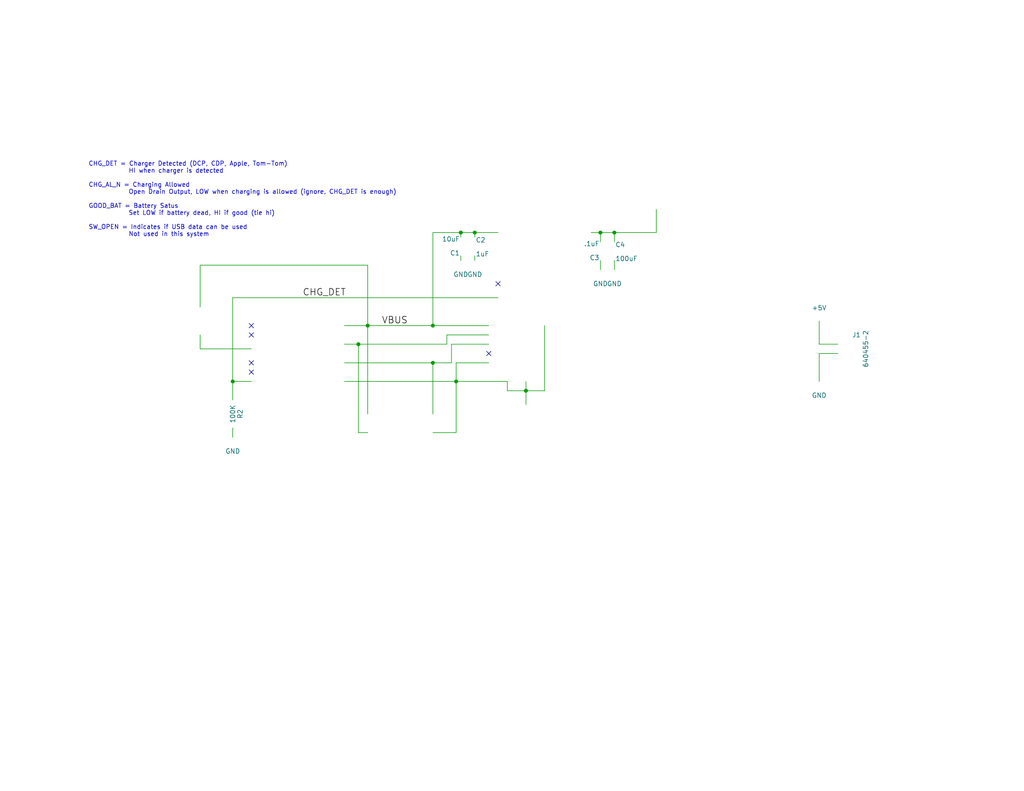
<source format=kicad_sch>
(kicad_sch (version 20230121) (generator eeschema)
  (paper "A")
  (title_block (title "Micro-USB Board") (date "2018-04-13") (rev "B") (company "Veenema Design Works") (comment 1 "ben@veenemadesignworks.com"))
  (lib_symbols)
  (junction (at 97.79 93.98))
  (junction (at 124.46 104.14))
  (junction (at 100.33 88.9))
  (junction (at 167.64 63.5))
  (junction (at 118.11 99.06))
  (junction (at 129.54 63.5))
  (junction (at 143.51 106.68))
  (junction (at 118.11 88.9))
  (junction (at 125.73 63.5))
  (junction (at 163.83 63.5))
  (junction (at 63.5 104.14))
  (no_connect (at 135.89 77.47))
  (no_connect (at 68.58 91.44))
  (no_connect (at 133.35 96.52))
  (no_connect (at 68.58 101.6))
  (no_connect (at 68.58 99.06))
  (no_connect (at 68.58 88.9))
  (wire (pts (xy 100.33 118.11) (xy 97.79 118.11)))
  (wire (pts (xy 124.46 118.11) (xy 118.11 118.11)))
  (wire (pts (xy 125.73 63.5) (xy 129.54 63.5)))
  (wire (pts (xy 223.52 93.98) (xy 223.52 87.63)))
  (wire (pts (xy 133.35 91.44) (xy 121.92 91.44)))
  (wire (pts (xy 63.5 104.14) (xy 63.5 109.22)))
  (wire (pts (xy 93.98 93.98) (xy 97.79 93.98)))
  (wire (pts (xy 138.43 106.68) (xy 143.51 106.68)))
  (wire (pts (xy 100.33 88.9) (xy 100.33 113.03)))
  (wire (pts (xy 228.6 96.52) (xy 223.52 96.52)))
  (wire (pts (xy 121.92 93.98) (xy 121.92 91.44)))
  (wire (pts (xy 143.51 106.68) (xy 148.59 106.68)))
  (wire (pts (xy 129.54 71.12) (xy 129.54 69.85)))
  (wire (pts (xy 143.51 104.14) (xy 143.51 106.68)))
  (wire (pts (xy 163.83 71.12) (xy 163.83 73.66)))
  (wire (pts (xy 54.61 95.25) (xy 54.61 91.44)))
  (wire (pts (xy 123.19 99.06) (xy 123.19 93.98)))
  (wire (pts (xy 125.73 64.77) (xy 125.73 63.5)))
  (wire (pts (xy 118.11 88.9) (xy 133.35 88.9)))
  (wire (pts (xy 63.5 81.28) (xy 63.5 104.14)))
  (wire (pts (xy 138.43 104.14) (xy 138.43 106.68)))
  (wire (pts (xy 118.11 63.5) (xy 118.11 88.9)))
  (wire (pts (xy 143.51 106.68) (xy 143.51 110.49)))
  (wire (pts (xy 100.33 72.39) (xy 54.61 72.39)))
  (wire (pts (xy 63.5 119.38) (xy 63.5 116.84)))
  (wire (pts (xy 118.11 63.5) (xy 125.73 63.5)))
  (wire (pts (xy 125.73 71.12) (xy 125.73 69.85)))
  (wire (pts (xy 167.64 66.04) (xy 167.64 63.5)))
  (wire (pts (xy 118.11 99.06) (xy 123.19 99.06)))
  (wire (pts (xy 54.61 72.39) (xy 54.61 83.82)))
  (wire (pts (xy 124.46 104.14) (xy 124.46 118.11)))
  (wire (pts (xy 100.33 72.39) (xy 100.33 88.9)))
  (wire (pts (xy 133.35 93.98) (xy 123.19 93.98)))
  (wire (pts (xy 100.33 88.9) (xy 118.11 88.9)))
  (wire (pts (xy 167.64 63.5) (xy 179.07 63.5)))
  (wire (pts (xy 63.5 81.28) (xy 135.89 81.28)))
  (wire (pts (xy 163.83 66.04) (xy 163.83 63.5)))
  (wire (pts (xy 167.64 71.12) (xy 167.64 73.66)))
  (wire (pts (xy 93.98 104.14) (xy 124.46 104.14)))
  (wire (pts (xy 228.6 93.98) (xy 223.52 93.98)))
  (wire (pts (xy 118.11 113.03) (xy 118.11 99.06)))
  (wire (pts (xy 148.59 106.68) (xy 148.59 88.9)))
  (wire (pts (xy 124.46 99.06) (xy 124.46 104.14)))
  (wire (pts (xy 97.79 118.11) (xy 97.79 93.98)))
  (wire (pts (xy 133.35 99.06) (xy 124.46 99.06)))
  (wire (pts (xy 163.83 63.5) (xy 167.64 63.5)))
  (wire (pts (xy 179.07 63.5) (xy 179.07 57.15)))
  (wire (pts (xy 124.46 104.14) (xy 138.43 104.14)))
  (wire (pts (xy 161.29 63.5) (xy 163.83 63.5)))
  (wire (pts (xy 129.54 63.5) (xy 135.89 63.5)))
  (wire (pts (xy 223.52 96.52) (xy 223.52 104.14)))
  (wire (pts (xy 97.79 93.98) (xy 121.92 93.98)))
  (wire (pts (xy 68.58 95.25) (xy 54.61 95.25)))
  (wire (pts (xy 93.98 99.06) (xy 118.11 99.06)))
  (wire (pts (xy 63.5 104.14) (xy 68.58 104.14)))
  (wire (pts (xy 93.98 88.9) (xy 100.33 88.9)))
  (wire (pts (xy 129.54 63.5) (xy 129.54 64.77)))
  (text "CHG_DET = Charger Detected (DCP, CDP, Apple, Tom-Tom) \n            HI when charger is detected\n\nCHG_AL_N = Charging Allowed\n            Open Drain Output, LOW when charging is allowed (ignore, CHG_DET is enough)\n\nGOOD_BAT = Battery Satus\n            Set LOW if battery dead, HI if good (tie hi)\n\nSW_OPEN = Indicates if USB data can be used\n            Not used in this system" (at 24.13 64.77 0) (effects (font (size 1.1938 1.1938)) (justify left bottom)))
  (label "VBUS" (at 104.14 88.9 0) (effects (font (size 1.8034 1.8034))))
  (label "CHG_DET" (at 82.55 81.28 0) (effects (font (size 1.8034 1.8034))))
  (symbol (lib_id "BQ24392") (at 81.28 96.52 0) (unit 1)
    (property "Reference" "U1" (at 81.28 85.09 0) (effects (font (size 1.8034 1.8034))))
    (property "Value" "BQ24392" (at 81.28 109.22 0) (effects (font (size 1.8034 1.8034))))
    (property "Footprint" "Texas:Texas_R_PUQFN-N10" (effects hide))
    (property "MPN" "BQ24392RSER" (effects hide))
  )
  (symbol (lib_id "USB_OTG-RESCUE-Juicebox") (at 140.97 93.98 270) (unit 1)
    (property "Reference" "P1" (at 137.795 102.235 0))
    (property "Value" "USB_OTG" (at 146.05 93.98 0))
    (property "Footprint" "Connectors:USB_Micro-B_10103594-0001LF" (effects hide))
    (property "Datasheet" "http://portal.fciconnect.com/Comergent//fci/drawing/10103594.pdf" (effects hide))
    (property "MPN" "10103594-0001LF" (effects hide))
  )
  (symbol (lib_id "TPD2E001") (at 109.22 115.57 0) (unit 1)
    (property "Reference" "U2" (at 109.22 109.22 0) (effects (font (size 1.8034 1.8034))))
    (property "Value" "TPD2E001" (at 109.22 121.92 0) (effects (font (size 1.8034 1.8034))))
    (property "Footprint" "TO_SOT_Packages_SMD:SOT-23-5" (effects hide))
    (property "MPN" "TPD2E001DRSR" (effects hide))
  )
  (symbol (lib_id "GND") (at 143.51 110.49 0) (unit 1)
    (property "Reference" "#PWR01" (effects hide))
    (property "Value" "GND" (at 143.51 114.3 0))
  )
  (symbol (lib_id "C_Small") (at 129.54 67.31 0) (unit 1)
    (property "Reference" "C2" (at 129.794 65.532 0) (effects (justify left)))
    (property "Value" "1uF" (at 129.794 69.342 0) (effects (justify left)))
    (property "Footprint" "Capacitors_SMD:C_0805" (effects hide))
    (property "MPN" "CL21B105KOFNNNG" (effects hide))
  )
  (symbol (lib_id "AP22811A") (at 148.59 72.39 0) (unit 1)
    (property "Reference" "U3" (at 152.4 58.42 0) (effects (font (size 1.8034 1.8034))))
    (property "Value" "AP22811A" (at 148.59 72.39 0) (effects (font (size 1.8034 1.8034))))
    (property "Footprint" "TO_SOT_Packages_SMD:SOT-23-5" (effects hide))
  )
  (symbol (lib_id "GND") (at 129.54 71.12 0) (unit 1)
    (property "Reference" "#PWR02" (effects hide))
    (property "Value" "GND" (at 129.54 74.93 0))
  )
  (symbol (lib_id "C_Small") (at 125.73 67.31 180) (unit 1)
    (property "Reference" "C1" (at 125.476 69.088 0) (effects (justify left)))
    (property "Value" "10uF" (at 125.476 65.278 0) (effects (justify left)))
    (property "Footprint" "Capacitors_SMD:C_0805" (effects hide))
    (property "MPN" "CL21A106KPFNNNG" (effects hide))
  )
  (symbol (lib_id "GND") (at 125.73 71.12 0) (unit 1)
    (property "Reference" "#PWR03" (effects hide))
    (property "Value" "GND" (at 125.73 74.93 0))
  )
  (symbol (lib_id "C_Small") (at 163.83 68.58 180) (unit 1)
    (property "Reference" "C3" (at 163.576 70.358 0) (effects (justify left)))
    (property "Value" ".1uF" (at 163.576 66.548 0) (effects (justify left)))
    (property "Footprint" "Capacitors_SMD:C_0603" (effects hide))
    (property "Layout Notes" "Place ACAP to VDD" (effects hide))
    (property "MPN" "CL10B104KO8NNNC" (effects hide))
  )
  (symbol (lib_id "GND") (at 163.83 73.66 0) (unit 1)
    (property "Reference" "#PWR04" (effects hide))
    (property "Value" "GND" (at 163.83 77.47 0))
  )
  (symbol (lib_id "CP1_Small") (at 167.64 68.58 0) (unit 1)
    (property "Reference" "C4" (at 167.894 66.802 0) (effects (justify left)))
    (property "Value" "100uF" (at 167.894 70.612 0) (effects (justify left)))
    (property "Footprint" "Capacitors_Tantalum_SMD:CP_Tantalum_Case-A_EIA-3216-18_Reflow" (effects hide))
    (property "MPN" "F930J107KAA" (effects hide))
  )
  (symbol (lib_id "GND") (at 167.64 73.66 0) (unit 1)
    (property "Reference" "#PWR05" (effects hide))
    (property "Value" "GND" (at 167.64 77.47 0))
  )
  (symbol (lib_id "+5V") (at 179.07 57.15 0) (unit 1)
    (property "Reference" "#PWR06" (effects hide))
    (property "Value" "+5V" (at 179.07 53.594 0))
  )
  (symbol (lib_id "Screw_Terminal_1x01") (at 26.67 191.77 0) (unit 1)
    (property "Reference" "J2" (at 26.67 187.96 0) (effects (justify top)))
    (property "Value" "Keystone-7790" (at 22.86 191.77 90) (effects (justify top)))
    (property "Footprint" "Keystone:7790-ScrewTerm-M3" (effects hide))
  )
  (symbol (lib_id "Screw_Terminal_1x01") (at 38.1 191.77 0) (unit 1)
    (property "Reference" "J3" (at 38.1 187.96 0) (effects (justify top)))
    (property "Value" "Keystone-7790" (at 34.29 191.77 90) (effects (justify top)))
    (property "Footprint" "Keystone:7790-ScrewTerm-M3" (effects hide))
  )
  (symbol (lib_id "CONN_01X02") (at 233.68 95.25 0) (unit 1)
    (property "Reference" "J1" (at 233.68 91.44 0))
    (property "Value" "640455-2" (at 236.22 95.25 90))
    (property "Footprint" "640455-2:640455-2" (effects hide))
  )
  (symbol (lib_id "+5V") (at 223.52 87.63 0) (unit 1)
    (property "Reference" "#PWR07" (effects hide))
    (property "Value" "+5V" (at 223.52 84.074 0))
  )
  (symbol (lib_id "GND") (at 223.52 104.14 0) (unit 1)
    (property "Reference" "#PWR08" (effects hide))
    (property "Value" "GND" (at 223.52 107.95 0))
  )
  (symbol (lib_id "R") (at 63.5 113.03 0) (unit 1)
    (property "Reference" "R2" (at 65.532 113.03 90))
    (property "Value" "100K" (at 63.5 113.03 90))
    (property "Footprint" "Resistors_SMD:R_0805" (effects hide))
    (property "MPN" "RMCF0805JT100K" (effects hide))
  )
  (symbol (lib_id "GND") (at 63.5 119.38 0) (unit 1)
    (property "Reference" "#PWR09" (effects hide))
    (property "Value" "GND" (at 63.5 123.19 0))
  )
  (symbol (lib_id "R") (at 54.61 87.63 0) (unit 1)
    (property "Reference" "R1" (at 56.642 87.63 90))
    (property "Value" "100K" (at 54.61 87.63 90))
    (property "Footprint" "Resistors_SMD:R_0805" (effects hide))
    (property "MPN" "RMCF0805JT100K" (effects hide))
  )
)
</source>
